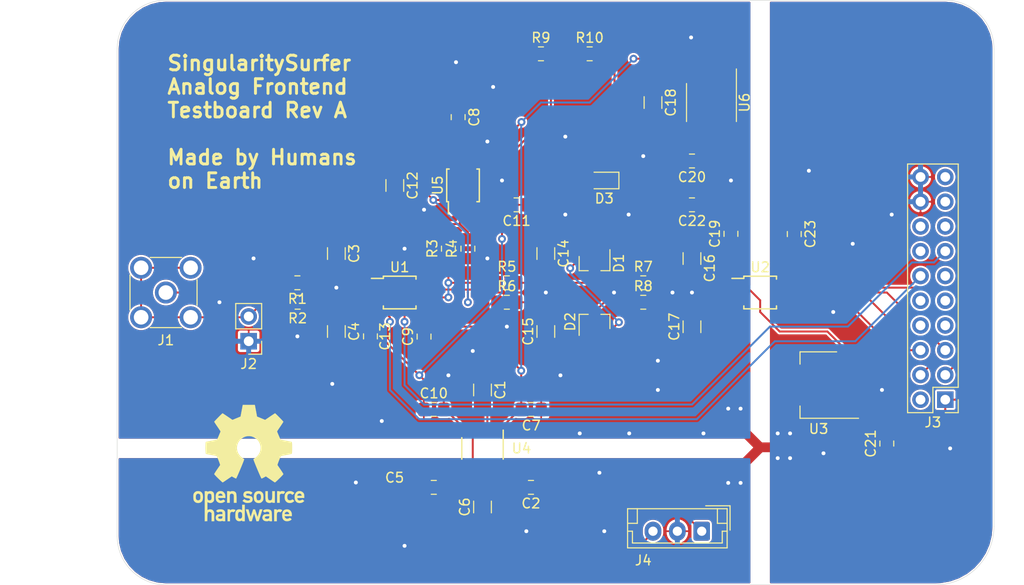
<source format=kicad_pcb>
(kicad_pcb (version 20171130) (host pcbnew 5.1.4-e60b266~84~ubuntu18.04.1)
  (layers (0 F.Cu signal) (31 B.Cu signal) (34 B.Paste user) (35 F.Paste user) (36 B.SilkS user) (37 F.SilkS user) (38 B.Mask user) (39 F.Mask user) (44 Edge.Cuts user))
  (net 0 "")
  (net 1 "Net-(J1-Pad2)")
  (net 2 "Net-(J3-Pad6)")
  (net 3 "Net-(J3-Pad5)")
  (net 4 "Net-(J3-Pad4)")
  (net 5 "Net-(J3-Pad3)")
  (net 6 "Net-(C1-Pad2)")
  (net 7 DGND)
  (net 8 "Net-(C2-Pad2)")
  (net 9 "Net-(C3-Pad2)")
  (net 10 "Net-(C4-Pad1)")
  (net 11 "Net-(C5-Pad1)")
  (net 12 "Net-(C6-Pad2)")
  (net 13 +15V)
  (net 14 -15V)
  (net 15 "Net-(C12-Pad2)")
  (net 16 "Net-(C12-Pad1)")
  (net 17 "Net-(C14-Pad2)")
  (net 18 "Net-(C15-Pad2)")
  (net 19 "Net-(C16-Pad2)")
  (net 20 "Net-(C17-Pad2)")
  (net 21 "Net-(C18-Pad2)")
  (net 22 "Net-(C19-Pad1)")
  (net 23 "Net-(C20-Pad1)")
  (net 24 /+3.3V)
  (net 25 "Net-(J1-Pad1)")
  (net 26 "Net-(R3-Pad1)")
  (net 27 "Net-(R10-Pad1)")
  (net 28 A1)
  (net 29 A0)
  (net 30 "Net-(J3-Pad17)")
  (net 31 "Net-(J3-Pad16)")
  (net 32 "Net-(J3-Pad15)")
  (net 33 "Net-(J3-Pad14)")
  (net 34 "Net-(J3-Pad11)")
  (net 35 "Net-(J3-Pad10)")
  (net 36 "Net-(J3-Pad9)")
  (net 37 "Net-(J3-Pad8)")
  (net 38 "Net-(J3-Pad7)")
  (net 39 "Net-(J3-Pad2)")
  (net 40 "Net-(U4-Pad2)")
  (net 41 "Net-(U4-Pad8)")
  (net 42 "Net-(U4-Pad13)")
  (net 43 "Net-(U5-Pad8)")
  (net 44 "Net-(U6-Pad8)")
  (net 45 "Net-(U6-Pad7)")
  (net 46 "Net-(U6-Pad3)")
  (net 47 "Net-(U6-Pad1)")
  (net 48 "Net-(J3-Pad19)")
  (module Symbol:OSHW-Logo_11.4x12mm_SilkScreen (layer F.Cu) (at 123.5 127.5)
    (fp_text reference REF** hide)
    (fp_text value OSHW-Logo_11.4x12mm_SilkScreen hide)
  )
  (module Capacitor_SMD:C_0805_2012Metric_Pad1.15x1.40mm_HandSolder (layer F.Cu) (at 179.5 104 270)
    (fp_text reference C23 (at 0 -1.65 90) (layer F.SilkS))
    (fp_text value 10u)
    (pad 2 smd roundrect (at 1.025 0 270) (size 1.15 1.4) (layers F.Cu F.Paste F.Mask) (roundrect_rratio 0.217391) (net 24 /+3.3V))
    (pad 1 smd roundrect (at -1.025 0 270) (size 1.15 1.4) (layers F.Cu F.Paste F.Mask) (roundrect_rratio 0.217391) (net 7 DGND))
  )
  (module Capacitor_SMD:C_1206_3216Metric_Pad1.42x1.75mm_HandSolder (layer F.Cu) (at 147.5 132.0125 90)
    (fp_text reference C6 (at 0 -1.82 90) (layer F.SilkS))
    (fp_text value 10n)
    (pad 2 smd roundrect (at 1.4875 0 90) (size 1.425 1.75) (layers F.Cu F.Paste F.Mask) (roundrect_rratio 0.175439) (net 12 "Net-(C6-Pad2)"))
    (pad 1 smd roundrect (at -1.4875 0 90) (size 1.425 1.75) (layers F.Cu F.Paste F.Mask) (roundrect_rratio 0.175439) (net 7 DGND))
  )
  (module Capacitor_SMD:C_0805_2012Metric_Pad1.15x1.40mm_HandSolder (layer F.Cu) (at 152.475 130 180)
    (fp_text reference C2 (at 0 -1.65) (layer F.SilkS))
    (fp_text value 10u)
    (pad 2 smd roundrect (at 1.025 0 180) (size 1.15 1.4) (layers F.Cu F.Paste F.Mask) (roundrect_rratio 0.217391) (net 8 "Net-(C2-Pad2)"))
    (pad 1 smd roundrect (at -1.025 0 180) (size 1.15 1.4) (layers F.Cu F.Paste F.Mask) (roundrect_rratio 0.217391) (net 7 DGND))
  )
  (module Capacitor_SMD:C_1206_3216Metric_Pad1.42x1.75mm_HandSolder (layer F.Cu) (at 147.5 120 270)
    (fp_text reference C1 (at 0 -1.82 90) (layer F.SilkS))
    (fp_text value 10n)
    (pad 2 smd roundrect (at 1.4875 0 270) (size 1.425 1.75) (layers F.Cu F.Paste F.Mask) (roundrect_rratio 0.175439) (net 6 "Net-(C1-Pad2)"))
    (pad 1 smd roundrect (at -1.4875 0 270) (size 1.425 1.75) (layers F.Cu F.Paste F.Mask) (roundrect_rratio 0.175439) (net 7 DGND))
  )
  (module Resistor_SMD:R_0805_2012Metric_Pad1.15x1.40mm_HandSolder (layer F.Cu) (at 164 111)
    (fp_text reference R8 (at 0 -1.65) (layer F.SilkS))
    (fp_text value R)
    (pad 2 smd roundrect (at 1.025 0) (size 1.15 1.4) (layers F.Cu F.Paste F.Mask) (roundrect_rratio 0.217391) (net 20 "Net-(C17-Pad2)"))
    (pad 1 smd roundrect (at -1.025 0) (size 1.15 1.4) (layers F.Cu F.Paste F.Mask) (roundrect_rratio 0.217391) (net 18 "Net-(C15-Pad2)"))
  )
  (module SingularitySurfer:DFN-14-1EP_split_bottom_pad_3x4mm_P0.5mm_EP1.7x3.3mm (layer F.Cu) (at 147.5 126 270)
    (fp_text reference U4 (at 0 -4 180) (layer F.SilkS))
    (fp_text value LT3032-15)
    (pad 1 smd rect (at -1.45 -1.5 270) (size 0.7 0.25) (layers F.Cu F.Paste F.Mask) (net 13 +15V))
    (pad 2 smd rect (at -1.45 -1 270) (size 0.7 0.25) (layers F.Cu F.Paste F.Mask) (net 40 "Net-(U4-Pad2)"))
    (pad 3 smd rect (at -1.45 -0.5 270) (size 0.7 0.25) (layers F.Cu F.Paste F.Mask) (net 6 "Net-(C1-Pad2)"))
    (pad 4 smd rect (at -1.45 0 270) (size 0.7 0.25) (layers F.Cu F.Paste F.Mask) (net 7 DGND))
    (pad 5 smd rect (at -1.45 0.5 270) (size 0.7 0.25) (layers F.Cu F.Paste F.Mask) (net 7 DGND))
    (pad 6 smd rect (at -1.45 1 270) (size 0.7 0.25) (layers F.Cu F.Paste F.Mask) (net 11 "Net-(C5-Pad1)"))
    (pad 7 smd rect (at -1.45 1.5 270) (size 0.7 0.25) (layers F.Cu F.Paste F.Mask) (net 14 -15V))
    (pad 8 smd rect (at 1.45 1.5 270) (size 0.7 0.25) (layers F.Cu F.Paste F.Mask) (net 41 "Net-(U4-Pad8)"))
    (pad 9 smd rect (at 1.45 1 270) (size 0.7 0.25) (layers F.Cu F.Paste F.Mask) (net 11 "Net-(C5-Pad1)"))
    (pad 10 smd rect (at 1.45 0.5 270) (size 0.7 0.25) (layers F.Cu F.Paste F.Mask) (net 7 DGND))
    (pad 11 smd rect (at 1.45 0 270) (size 0.7 0.25) (layers F.Cu F.Paste F.Mask) (net 12 "Net-(C6-Pad2)"))
    (pad 12 smd rect (at 1.45 -0.5 270) (size 0.7 0.25) (layers F.Cu F.Paste F.Mask) (net 7 DGND))
    (pad 13 smd rect (at 1.45 -1 270) (size 0.7 0.25) (layers F.Cu F.Paste F.Mask) (net 42 "Net-(U4-Pad13)"))
    (pad 14 smd rect (at 1.45 -1.5 270) (size 0.7 0.25) (layers F.Cu F.Paste F.Mask) (net 8 "Net-(C2-Pad2)"))
  )
  (module Connector_PinHeader_2.54mm:PinHeader_2x10_P2.54mm_Vertical (layer F.Cu) (at 195 121 180)
    (fp_text reference J3 (at 1.27 -2.33) (layer F.SilkS))
    (fp_text value Conn_02x10_Top_Bottom)
    (pad 20 thru_hole oval (at 2.54 22.86 180) (size 1.7 1.7) (drill 1) (layers *.Cu *.Mask) (net 7 DGND))
    (pad 19 thru_hole oval (at 0 22.86 180) (size 1.7 1.7) (drill 1) (layers *.Cu *.Mask) (net 48 "Net-(J3-Pad19)"))
    (pad 18 thru_hole oval (at 2.54 20.32 180) (size 1.7 1.7) (drill 1) (layers *.Cu *.Mask) (net 7 DGND))
    (pad 17 thru_hole oval (at 0 20.32 180) (size 1.7 1.7) (drill 1) (layers *.Cu *.Mask) (net 30 "Net-(J3-Pad17)"))
    (pad 16 thru_hole oval (at 2.54 17.78 180) (size 1.7 1.7) (drill 1) (layers *.Cu *.Mask) (net 31 "Net-(J3-Pad16)"))
    (pad 15 thru_hole oval (at 0 17.78 180) (size 1.7 1.7) (drill 1) (layers *.Cu *.Mask) (net 32 "Net-(J3-Pad15)"))
    (pad 14 thru_hole oval (at 2.54 15.24 180) (size 1.7 1.7) (drill 1) (layers *.Cu *.Mask) (net 33 "Net-(J3-Pad14)"))
    (pad 13 thru_hole oval (at 0 15.24 180) (size 1.7 1.7) (drill 1) (layers *.Cu *.Mask) (net 29 A0))
    (pad 12 thru_hole oval (at 2.54 12.7 180) (size 1.7 1.7) (drill 1) (layers *.Cu *.Mask) (net 28 A1))
    (pad 11 thru_hole oval (at 0 12.7 180) (size 1.7 1.7) (drill 1) (layers *.Cu *.Mask) (net 34 "Net-(J3-Pad11)"))
    (pad 10 thru_hole oval (at 2.54 10.16 180) (size 1.7 1.7) (drill 1) (layers *.Cu *.Mask) (net 35 "Net-(J3-Pad10)"))
    (pad 9 thru_hole oval (at 0 10.16 180) (size 1.7 1.7) (drill 1) (layers *.Cu *.Mask) (net 36 "Net-(J3-Pad9)"))
    (pad 8 thru_hole oval (at 2.54 7.62 180) (size 1.7 1.7) (drill 1) (layers *.Cu *.Mask) (net 37 "Net-(J3-Pad8)"))
    (pad 7 thru_hole oval (at 0 7.62 180) (size 1.7 1.7) (drill 1) (layers *.Cu *.Mask) (net 38 "Net-(J3-Pad7)"))
    (pad 6 thru_hole oval (at 2.54 5.08 180) (size 1.7 1.7) (drill 1) (layers *.Cu *.Mask) (net 2 "Net-(J3-Pad6)"))
    (pad 5 thru_hole oval (at 0 5.08 180) (size 1.7 1.7) (drill 1) (layers *.Cu *.Mask) (net 3 "Net-(J3-Pad5)"))
    (pad 4 thru_hole oval (at 2.54 2.54 180) (size 1.7 1.7) (drill 1) (layers *.Cu *.Mask) (net 4 "Net-(J3-Pad4)"))
    (pad 3 thru_hole oval (at 0 2.54 180) (size 1.7 1.7) (drill 1) (layers *.Cu *.Mask) (net 5 "Net-(J3-Pad3)"))
    (pad 2 thru_hole oval (at 2.54 0 180) (size 1.7 1.7) (drill 1) (layers *.Cu *.Mask) (net 39 "Net-(J3-Pad2)"))
    (pad 1 thru_hole rect (at 0 0 180) (size 1.7 1.7) (drill 1) (layers *.Cu *.Mask) (net 24 /+3.3V))
  )
  (module Package_SO:SOIC-8_3.9x4.9mm_P1.27mm (layer F.Cu) (at 171 90.5 270)
    (fp_text reference U6 (at 0 -3.4 90) (layer F.SilkS))
    (fp_text value REF5050AD)
    (pad 8 smd roundrect (at 2.475 -1.905 270) (size 1.95 0.6) (layers F.Cu F.Paste F.Mask) (net 44 "Net-(U6-Pad8)"))
    (pad 7 smd roundrect (at 2.475 -0.635 270) (size 1.95 0.6) (layers F.Cu F.Paste F.Mask) (net 45 "Net-(U6-Pad7)"))
    (pad 6 smd roundrect (at 2.475 0.635 270) (size 1.95 0.6) (layers F.Cu F.Paste F.Mask) (net 23 "Net-(C20-Pad1)"))
    (pad 5 smd roundrect (at 2.475 1.905 270) (size 1.95 0.6) (layers F.Cu F.Paste F.Mask) (net 21 "Net-(C18-Pad2)"))
    (pad 4 smd roundrect (at -2.475 1.905 270) (size 1.95 0.6) (layers F.Cu F.Paste F.Mask) (net 7 DGND))
    (pad 3 smd roundrect (at -2.475 0.635 270) (size 1.95 0.6) (layers F.Cu F.Paste F.Mask) (net 46 "Net-(U6-Pad3)"))
    (pad 2 smd roundrect (at -2.475 -0.635 270) (size 1.95 0.6) (layers F.Cu F.Paste F.Mask) (net 13 +15V))
    (pad 1 smd roundrect (at -2.475 -1.905 270) (size 1.95 0.6) (layers F.Cu F.Paste F.Mask) (net 47 "Net-(U6-Pad1)"))
  )
  (module Package_SO:MSOP-8_3x3mm_P0.65mm (layer F.Cu) (at 145.5 99 90)
    (fp_text reference U5 (at 0 -2.6 90) (layer F.SilkS))
    (fp_text value AD8675)
    (pad 8 smd rect (at 2.2 -0.975 90) (size 1.45 0.45) (layers F.Cu F.Paste F.Mask) (net 43 "Net-(U5-Pad8)"))
    (pad 7 smd rect (at 2.2 -0.325 90) (size 1.45 0.45) (layers F.Cu F.Paste F.Mask) (net 13 +15V))
    (pad 6 smd rect (at 2.2 0.325 90) (size 1.45 0.45) (layers F.Cu F.Paste F.Mask) (net 16 "Net-(C12-Pad1)"))
    (pad 5 smd rect (at 2.2 0.975 90) (size 1.45 0.45) (layers F.Cu F.Paste F.Mask) (net 7 DGND))
    (pad 4 smd rect (at -2.2 0.975 90) (size 1.45 0.45) (layers F.Cu F.Paste F.Mask) (net 14 -15V))
    (pad 3 smd rect (at -2.2 0.325 90) (size 1.45 0.45) (layers F.Cu F.Paste F.Mask) (net 27 "Net-(R10-Pad1)"))
    (pad 2 smd rect (at -2.2 -0.325 90) (size 1.45 0.45) (layers F.Cu F.Paste F.Mask) (net 15 "Net-(C12-Pad2)"))
    (pad 1 smd rect (at -2.2 -0.975 90) (size 1.45 0.45) (layers F.Cu F.Paste F.Mask) (net 7 DGND))
  )
  (module Resistor_SMD:R_0805_2012Metric_Pad1.15x1.40mm_HandSolder (layer F.Cu) (at 158.5 85.5)
    (fp_text reference R10 (at 0 -1.65) (layer F.SilkS))
    (fp_text value R)
    (pad 2 smd roundrect (at 1.025 0) (size 1.15 1.4) (layers F.Cu F.Paste F.Mask) (roundrect_rratio 0.217391) (net 23 "Net-(C20-Pad1)"))
    (pad 1 smd roundrect (at -1.025 0) (size 1.15 1.4) (layers F.Cu F.Paste F.Mask) (roundrect_rratio 0.217391) (net 27 "Net-(R10-Pad1)"))
  )
  (module Resistor_SMD:R_0805_2012Metric_Pad1.15x1.40mm_HandSolder (layer F.Cu) (at 153.5 85.5)
    (fp_text reference R9 (at 0 -1.65) (layer F.SilkS))
    (fp_text value R)
    (pad 2 smd roundrect (at 1.025 0) (size 1.15 1.4) (layers F.Cu F.Paste F.Mask) (roundrect_rratio 0.217391) (net 27 "Net-(R10-Pad1)"))
    (pad 1 smd roundrect (at -1.025 0) (size 1.15 1.4) (layers F.Cu F.Paste F.Mask) (roundrect_rratio 0.217391) (net 7 DGND))
  )
  (module Resistor_SMD:R_0805_2012Metric_Pad1.15x1.40mm_HandSolder (layer F.Cu) (at 164 109)
    (fp_text reference R7 (at 0 -1.65) (layer F.SilkS))
    (fp_text value R)
    (pad 2 smd roundrect (at 1.025 0) (size 1.15 1.4) (layers F.Cu F.Paste F.Mask) (roundrect_rratio 0.217391) (net 19 "Net-(C16-Pad2)"))
    (pad 1 smd roundrect (at -1.025 0) (size 1.15 1.4) (layers F.Cu F.Paste F.Mask) (roundrect_rratio 0.217391) (net 17 "Net-(C14-Pad2)"))
  )
  (module Resistor_SMD:R_0805_2012Metric_Pad1.15x1.40mm_HandSolder (layer F.Cu) (at 150 111)
    (fp_text reference R6 (at 0 -1.65) (layer F.SilkS))
    (fp_text value R)
    (pad 2 smd roundrect (at 1.025 0) (size 1.15 1.4) (layers F.Cu F.Paste F.Mask) (roundrect_rratio 0.217391) (net 18 "Net-(C15-Pad2)"))
    (pad 1 smd roundrect (at -1.025 0) (size 1.15 1.4) (layers F.Cu F.Paste F.Mask) (roundrect_rratio 0.217391) (net 16 "Net-(C12-Pad1)"))
  )
  (module Resistor_SMD:R_0805_2012Metric_Pad1.15x1.40mm_HandSolder (layer F.Cu) (at 150 109)
    (fp_text reference R5 (at 0 -1.65) (layer F.SilkS))
    (fp_text value R)
    (pad 2 smd roundrect (at 1.025 0) (size 1.15 1.4) (layers F.Cu F.Paste F.Mask) (roundrect_rratio 0.217391) (net 17 "Net-(C14-Pad2)"))
    (pad 1 smd roundrect (at -1.025 0) (size 1.15 1.4) (layers F.Cu F.Paste F.Mask) (roundrect_rratio 0.217391) (net 26 "Net-(R3-Pad1)"))
  )
  (module Resistor_SMD:R_0805_2012Metric_Pad1.15x1.40mm_HandSolder (layer F.Cu) (at 146 105.5 90)
    (fp_text reference R4 (at 0 -1.65 90) (layer F.SilkS))
    (fp_text value R)
    (pad 2 smd roundrect (at 1.025 0 90) (size 1.15 1.4) (layers F.Cu F.Paste F.Mask) (roundrect_rratio 0.217391) (net 15 "Net-(C12-Pad2)"))
    (pad 1 smd roundrect (at -1.025 0 90) (size 1.15 1.4) (layers F.Cu F.Paste F.Mask) (roundrect_rratio 0.217391) (net 16 "Net-(C12-Pad1)"))
  )
  (module Resistor_SMD:R_0805_2012Metric_Pad1.15x1.40mm_HandSolder (layer F.Cu) (at 144 105.5 90)
    (fp_text reference R3 (at 0 -1.65 90) (layer F.SilkS))
    (fp_text value R)
    (pad 2 smd roundrect (at 1.025 0 90) (size 1.15 1.4) (layers F.Cu F.Paste F.Mask) (roundrect_rratio 0.217391) (net 15 "Net-(C12-Pad2)"))
    (pad 1 smd roundrect (at -1.025 0 90) (size 1.15 1.4) (layers F.Cu F.Paste F.Mask) (roundrect_rratio 0.217391) (net 26 "Net-(R3-Pad1)"))
  )
  (module Resistor_SMD:R_0805_2012Metric_Pad1.15x1.40mm_HandSolder (layer F.Cu) (at 128.525 111 180)
    (fp_text reference R2 (at 0 -1.65) (layer F.SilkS))
    (fp_text value R)
    (pad 2 smd roundrect (at 1.025 0 180) (size 1.15 1.4) (layers F.Cu F.Paste F.Mask) (roundrect_rratio 0.217391) (net 1 "Net-(J1-Pad2)"))
    (pad 1 smd roundrect (at -1.025 0 180) (size 1.15 1.4) (layers F.Cu F.Paste F.Mask) (roundrect_rratio 0.217391) (net 10 "Net-(C4-Pad1)"))
  )
  (module Resistor_SMD:R_0805_2012Metric_Pad1.15x1.40mm_HandSolder (layer F.Cu) (at 128.5 109 180)
    (fp_text reference R1 (at 0 -1.65) (layer F.SilkS))
    (fp_text value R)
    (pad 2 smd roundrect (at 1.025 0 180) (size 1.15 1.4) (layers F.Cu F.Paste F.Mask) (roundrect_rratio 0.217391) (net 25 "Net-(J1-Pad1)"))
    (pad 1 smd roundrect (at -1.025 0 180) (size 1.15 1.4) (layers F.Cu F.Paste F.Mask) (roundrect_rratio 0.217391) (net 9 "Net-(C3-Pad2)"))
  )
  (module Connector_JST:JST_EH_B3B-EH-A_1x03_P2.50mm_Vertical (layer F.Cu) (at 170 134.5 180)
    (fp_text reference J4 (at 6 -3) (layer F.SilkS))
    (fp_text value Conn_01x03)
    (pad 3 thru_hole oval (at 5 0 180) (size 1.7 1.95) (drill 0.95) (layers *.Cu *.Mask) (net 11 "Net-(C5-Pad1)"))
    (pad 2 thru_hole oval (at 2.5 0 180) (size 1.7 1.95) (drill 0.95) (layers *.Cu *.Mask) (net 7 DGND))
    (pad 1 thru_hole roundrect (at 0 0 180) (size 1.7 1.95) (drill 0.95) (layers *.Cu *.Mask) (roundrect_rratio 0.147059) (net 8 "Net-(C2-Pad2)"))
  )
  (module Connector_PinHeader_2.54mm:PinHeader_1x02_P2.54mm_Vertical (layer F.Cu) (at 123.5 115 180)
    (fp_text reference J2 (at 0 -2.33) (layer F.SilkS))
    (fp_text value Conn_01x02)
    (pad 2 thru_hole oval (at 0 2.54 180) (size 1.7 1.7) (drill 1) (layers *.Cu *.Mask) (net 1 "Net-(J1-Pad2)"))
    (pad 1 thru_hole rect (at 0 0 180) (size 1.7 1.7) (drill 1) (layers *.Cu *.Mask) (net 7 DGND))
  )
  (module Connector_Coaxial:SMA_Molex_73251-2200_Horizontal (layer F.Cu) (at 115 110 90)
    (fp_text reference J1 (at -4.9 0) (layer F.SilkS))
    (fp_text value Conn_Coaxial)
    (pad 2 thru_hole circle (at -2.54 2.54 90) (size 2.25 2.25) (drill 1.5) (layers *.Cu *.Mask) (net 1 "Net-(J1-Pad2)"))
    (pad 2 thru_hole circle (at -2.54 -2.54 90) (size 2.25 2.25) (drill 1.5) (layers *.Cu *.Mask) (net 1 "Net-(J1-Pad2)"))
    (pad 2 thru_hole circle (at 2.54 -2.54 90) (size 2.25 2.25) (drill 1.5) (layers *.Cu *.Mask) (net 1 "Net-(J1-Pad2)"))
    (pad 2 thru_hole circle (at 2.54 2.54 180) (size 2.25 2.25) (drill 1.5) (layers *.Cu *.Mask) (net 1 "Net-(J1-Pad2)"))
    (pad 1 thru_hole circle (at 0 0 90) (size 2.25 2.25) (drill 1.5) (layers *.Cu *.Mask) (net 25 "Net-(J1-Pad1)"))
  )
  (module Diode_SMD:D_SOD-323 (layer F.Cu) (at 160 98.5 180)
    (fp_text reference D3 (at 0 -1.85) (layer F.SilkS))
    (fp_text value D_Zener)
    (pad 2 smd rect (at 1.05 0 180) (size 0.6 0.45) (layers F.Cu F.Paste F.Mask) (net 7 DGND))
    (pad 1 smd rect (at -1.05 0 180) (size 0.6 0.45) (layers F.Cu F.Paste F.Mask) (net 23 "Net-(C20-Pad1)"))
  )
  (module Package_TO_SOT_SMD:SOT-23 (layer F.Cu) (at 159 113 90)
    (fp_text reference D2 (at 0 -2.5 90) (layer F.SilkS))
    (fp_text value D_Schottky_x2_Serial_AKC)
    (pad 3 smd rect (at 1 0 90) (size 0.9 0.8) (layers F.Cu F.Paste F.Mask) (net 18 "Net-(C15-Pad2)"))
    (pad 2 smd rect (at -1 0.95 90) (size 0.9 0.8) (layers F.Cu F.Paste F.Mask) (net 23 "Net-(C20-Pad1)"))
    (pad 1 smd rect (at -1 -0.95 90) (size 0.9 0.8) (layers F.Cu F.Paste F.Mask) (net 7 DGND))
  )
  (module Package_TO_SOT_SMD:SOT-23 (layer F.Cu) (at 159 107 270)
    (fp_text reference D1 (at 0 -2.5 90) (layer F.SilkS))
    (fp_text value D_Schottky_x2_Serial_AKC)
    (pad 3 smd rect (at 1 0 270) (size 0.9 0.8) (layers F.Cu F.Paste F.Mask) (net 17 "Net-(C14-Pad2)"))
    (pad 2 smd rect (at -1 0.95 270) (size 0.9 0.8) (layers F.Cu F.Paste F.Mask) (net 23 "Net-(C20-Pad1)"))
    (pad 1 smd rect (at -1 -0.95 270) (size 0.9 0.8) (layers F.Cu F.Paste F.Mask) (net 7 DGND))
  )
  (module Capacitor_SMD:C_0805_2012Metric_Pad1.15x1.40mm_HandSolder (layer F.Cu) (at 169 101 180)
    (fp_text reference C22 (at 0 -1.65) (layer F.SilkS))
    (fp_text value 10u)
    (pad 2 smd roundrect (at 1.025 0 180) (size 1.15 1.4) (layers F.Cu F.Paste F.Mask) (roundrect_rratio 0.217391) (net 7 DGND))
    (pad 1 smd roundrect (at -1.025 0 180) (size 1.15 1.4) (layers F.Cu F.Paste F.Mask) (roundrect_rratio 0.217391) (net 23 "Net-(C20-Pad1)"))
  )
  (module Capacitor_SMD:C_0805_2012Metric_Pad1.15x1.40mm_HandSolder (layer F.Cu) (at 189 125.5 90)
    (fp_text reference C21 (at 0 -1.65 90) (layer F.SilkS))
    (fp_text value 10u)
    (pad 2 smd roundrect (at 1.025 0 90) (size 1.15 1.4) (layers F.Cu F.Paste F.Mask) (roundrect_rratio 0.217391) (net 24 /+3.3V))
    (pad 1 smd roundrect (at -1.025 0 90) (size 1.15 1.4) (layers F.Cu F.Paste F.Mask) (roundrect_rratio 0.217391) (net 7 DGND))
  )
  (module Capacitor_SMD:C_0805_2012Metric_Pad1.15x1.40mm_HandSolder (layer F.Cu) (at 169 96.5 180)
    (fp_text reference C20 (at 0 -1.65) (layer F.SilkS))
    (fp_text value 10u)
    (pad 2 smd roundrect (at 1.025 0 180) (size 1.15 1.4) (layers F.Cu F.Paste F.Mask) (roundrect_rratio 0.217391) (net 7 DGND))
    (pad 1 smd roundrect (at -1.025 0 180) (size 1.15 1.4) (layers F.Cu F.Paste F.Mask) (roundrect_rratio 0.217391) (net 23 "Net-(C20-Pad1)"))
  )
  (module Capacitor_SMD:C_0805_2012Metric_Pad1.15x1.40mm_HandSolder (layer F.Cu) (at 173 103.975 90)
    (fp_text reference C19 (at 0 -1.65 90) (layer F.SilkS))
    (fp_text value 10u)
    (pad 2 smd roundrect (at 1.025 0 90) (size 1.15 1.4) (layers F.Cu F.Paste F.Mask) (roundrect_rratio 0.217391) (net 7 DGND))
    (pad 1 smd roundrect (at -1.025 0 90) (size 1.15 1.4) (layers F.Cu F.Paste F.Mask) (roundrect_rratio 0.217391) (net 22 "Net-(C19-Pad1)"))
  )
  (module Capacitor_SMD:C_1206_3216Metric_Pad1.42x1.75mm_HandSolder (layer F.Cu) (at 165 90.5 270)
    (fp_text reference C18 (at 0 -1.82 90) (layer F.SilkS))
    (fp_text value 1u)
    (pad 2 smd roundrect (at 1.4875 0 270) (size 1.425 1.75) (layers F.Cu F.Paste F.Mask) (roundrect_rratio 0.175439) (net 21 "Net-(C18-Pad2)"))
    (pad 1 smd roundrect (at -1.4875 0 270) (size 1.425 1.75) (layers F.Cu F.Paste F.Mask) (roundrect_rratio 0.175439) (net 7 DGND))
  )
  (module Capacitor_SMD:C_1206_3216Metric_Pad1.42x1.75mm_HandSolder (layer F.Cu) (at 169 113.5125 90)
    (fp_text reference C17 (at 0 -1.82 90) (layer F.SilkS))
    (fp_text value C)
    (pad 2 smd roundrect (at 1.4875 0 90) (size 1.425 1.75) (layers F.Cu F.Paste F.Mask) (roundrect_rratio 0.175439) (net 20 "Net-(C17-Pad2)"))
    (pad 1 smd roundrect (at -1.4875 0 90) (size 1.425 1.75) (layers F.Cu F.Paste F.Mask) (roundrect_rratio 0.175439) (net 7 DGND))
  )
  (module Capacitor_SMD:C_1206_3216Metric_Pad1.42x1.75mm_HandSolder (layer F.Cu) (at 169 106.5125 270)
    (fp_text reference C16 (at 0.9875 -1.82 90) (layer F.SilkS))
    (fp_text value C)
    (pad 2 smd roundrect (at 1.4875 0 270) (size 1.425 1.75) (layers F.Cu F.Paste F.Mask) (roundrect_rratio 0.175439) (net 19 "Net-(C16-Pad2)"))
    (pad 1 smd roundrect (at -1.4875 0 270) (size 1.425 1.75) (layers F.Cu F.Paste F.Mask) (roundrect_rratio 0.175439) (net 7 DGND))
  )
  (module Capacitor_SMD:C_1206_3216Metric_Pad1.42x1.75mm_HandSolder (layer F.Cu) (at 154 114 90)
    (fp_text reference C15 (at 0 -1.82 90) (layer F.SilkS))
    (fp_text value C)
    (pad 2 smd roundrect (at 1.4875 0 90) (size 1.425 1.75) (layers F.Cu F.Paste F.Mask) (roundrect_rratio 0.175439) (net 18 "Net-(C15-Pad2)"))
    (pad 1 smd roundrect (at -1.4875 0 90) (size 1.425 1.75) (layers F.Cu F.Paste F.Mask) (roundrect_rratio 0.175439) (net 7 DGND))
  )
  (module Capacitor_SMD:C_1206_3216Metric_Pad1.42x1.75mm_HandSolder (layer F.Cu) (at 154 106 270)
    (fp_text reference C14 (at 0 -1.82 90) (layer F.SilkS))
    (fp_text value C)
    (pad 2 smd roundrect (at 1.4875 0 270) (size 1.425 1.75) (layers F.Cu F.Paste F.Mask) (roundrect_rratio 0.175439) (net 17 "Net-(C14-Pad2)"))
    (pad 1 smd roundrect (at -1.4875 0 270) (size 1.425 1.75) (layers F.Cu F.Paste F.Mask) (roundrect_rratio 0.175439) (net 7 DGND))
  )
  (module Capacitor_SMD:C_0805_2012Metric_Pad1.15x1.40mm_HandSolder (layer F.Cu) (at 136 114.5 90)
    (fp_text reference C13 (at 0 1.5 90) (layer F.SilkS))
    (fp_text value 10u)
    (pad 2 smd roundrect (at 1.025 0 90) (size 1.15 1.4) (layers F.Cu F.Paste F.Mask) (roundrect_rratio 0.217391) (net 14 -15V))
    (pad 1 smd roundrect (at -1.025 0 90) (size 1.15 1.4) (layers F.Cu F.Paste F.Mask) (roundrect_rratio 0.217391) (net 7 DGND))
  )
  (module Capacitor_SMD:C_1206_3216Metric_Pad1.42x1.75mm_HandSolder (layer F.Cu) (at 138.5 99.0125 270)
    (fp_text reference C12 (at 0 -1.82 90) (layer F.SilkS))
    (fp_text value C)
    (pad 2 smd roundrect (at 1.4875 0 270) (size 1.425 1.75) (layers F.Cu F.Paste F.Mask) (roundrect_rratio 0.175439) (net 15 "Net-(C12-Pad2)"))
    (pad 1 smd roundrect (at -1.4875 0 270) (size 1.425 1.75) (layers F.Cu F.Paste F.Mask) (roundrect_rratio 0.175439) (net 16 "Net-(C12-Pad1)"))
  )
  (module Capacitor_SMD:C_0805_2012Metric_Pad1.15x1.40mm_HandSolder (layer F.Cu) (at 151 101 180)
    (fp_text reference C11 (at 0 -1.65) (layer F.SilkS))
    (fp_text value 10u)
    (pad 2 smd roundrect (at 1.025 0 180) (size 1.15 1.4) (layers F.Cu F.Paste F.Mask) (roundrect_rratio 0.217391) (net 14 -15V))
    (pad 1 smd roundrect (at -1.025 0 180) (size 1.15 1.4) (layers F.Cu F.Paste F.Mask) (roundrect_rratio 0.217391) (net 7 DGND))
  )
  (module Capacitor_SMD:C_0805_2012Metric_Pad1.15x1.40mm_HandSolder (layer F.Cu) (at 142.5 122)
    (fp_text reference C10 (at 0 -1.65) (layer F.SilkS))
    (fp_text value 10u)
    (pad 2 smd roundrect (at 1.025 0) (size 1.15 1.4) (layers F.Cu F.Paste F.Mask) (roundrect_rratio 0.217391) (net 14 -15V))
    (pad 1 smd roundrect (at -1.025 0) (size 1.15 1.4) (layers F.Cu F.Paste F.Mask) (roundrect_rratio 0.217391) (net 7 DGND))
  )
  (module Capacitor_SMD:C_0805_2012Metric_Pad1.15x1.40mm_HandSolder (layer F.Cu) (at 141.5 114.525 90)
    (fp_text reference C9 (at 0 -1.65 90) (layer F.SilkS))
    (fp_text value 10u)
    (pad 2 smd roundrect (at 1.025 0 90) (size 1.15 1.4) (layers F.Cu F.Paste F.Mask) (roundrect_rratio 0.217391) (net 13 +15V))
    (pad 1 smd roundrect (at -1.025 0 90) (size 1.15 1.4) (layers F.Cu F.Paste F.Mask) (roundrect_rratio 0.217391) (net 7 DGND))
  )
  (module Capacitor_SMD:C_0805_2012Metric_Pad1.15x1.40mm_HandSolder (layer F.Cu) (at 145 92 270)
    (fp_text reference C8 (at 0 -1.65 90) (layer F.SilkS))
    (fp_text value 10u)
    (pad 2 smd roundrect (at 1.025 0 270) (size 1.15 1.4) (layers F.Cu F.Paste F.Mask) (roundrect_rratio 0.217391) (net 13 +15V))
    (pad 1 smd roundrect (at -1.025 0 270) (size 1.15 1.4) (layers F.Cu F.Paste F.Mask) (roundrect_rratio 0.217391) (net 7 DGND))
  )
  (module Capacitor_SMD:C_0805_2012Metric_Pad1.15x1.40mm_HandSolder (layer F.Cu) (at 152.5 122 180)
    (fp_text reference C7 (at 0 -1.65) (layer F.SilkS))
    (fp_text value 10u)
    (pad 2 smd roundrect (at 1.025 0 180) (size 1.15 1.4) (layers F.Cu F.Paste F.Mask) (roundrect_rratio 0.217391) (net 13 +15V))
    (pad 1 smd roundrect (at -1.025 0 180) (size 1.15 1.4) (layers F.Cu F.Paste F.Mask) (roundrect_rratio 0.217391) (net 7 DGND))
  )
  (module Capacitor_SMD:C_0805_2012Metric_Pad1.15x1.40mm_HandSolder (layer F.Cu) (at 142.5 130 180)
    (fp_text reference C5 (at 4.025 1) (layer F.SilkS))
    (fp_text value 10u)
    (pad 2 smd roundrect (at 1.025 0 180) (size 1.15 1.4) (layers F.Cu F.Paste F.Mask) (roundrect_rratio 0.217391) (net 7 DGND))
    (pad 1 smd roundrect (at -1.025 0 180) (size 1.15 1.4) (layers F.Cu F.Paste F.Mask) (roundrect_rratio 0.217391) (net 11 "Net-(C5-Pad1)"))
  )
  (module Capacitor_SMD:C_1206_3216Metric_Pad1.42x1.75mm_HandSolder (layer F.Cu) (at 132.5 114 270)
    (fp_text reference C4 (at 0 -1.82 90) (layer F.SilkS))
    (fp_text value C)
    (pad 2 smd roundrect (at 1.4875 0 270) (size 1.425 1.75) (layers F.Cu F.Paste F.Mask) (roundrect_rratio 0.175439) (net 7 DGND))
    (pad 1 smd roundrect (at -1.4875 0 270) (size 1.425 1.75) (layers F.Cu F.Paste F.Mask) (roundrect_rratio 0.175439) (net 10 "Net-(C4-Pad1)"))
  )
  (module Capacitor_SMD:C_1206_3216Metric_Pad1.42x1.75mm_HandSolder (layer F.Cu) (at 132.5 106 270)
    (fp_text reference C3 (at 0 -1.82 90) (layer F.SilkS))
    (fp_text value C)
    (pad 2 smd roundrect (at 1.4875 0 270) (size 1.425 1.75) (layers F.Cu F.Paste F.Mask) (roundrect_rratio 0.175439) (net 9 "Net-(C3-Pad2)"))
    (pad 1 smd roundrect (at -1.4875 0 270) (size 1.425 1.75) (layers F.Cu F.Paste F.Mask) (roundrect_rratio 0.175439) (net 7 DGND))
  )
  (module Package_TO_SOT_SMD:SOT-223 (layer F.Cu) (at 182 119.5 180)
    (fp_text reference U3 (at 0 -4.5) (layer F.SilkS))
    (fp_text value AP2114-1.8)
    (pad 1 smd rect (at -3.15 -2.3 180) (size 2 1.5) (layers F.Cu F.Paste F.Mask) (net 24 /+3.3V))
    (pad 3 smd rect (at -3.15 2.3 180) (size 2 1.5) (layers F.Cu F.Paste F.Mask) (net 22 "Net-(C19-Pad1)"))
    (pad 2 smd rect (at -3.15 0 180) (size 2 1.5) (layers F.Cu F.Paste F.Mask) (net 7 DGND))
    (pad 4 smd rect (at 3.15 0 180) (size 2 3.8) (layers F.Cu F.Paste F.Mask))
  )
  (module Package_SO:MSOP-10_3x3mm_P0.5mm (layer F.Cu) (at 176 110)
    (fp_text reference U2 (at 0 -2.6) (layer F.SilkS))
    (fp_text value MCP33131D)
    (pad 10 smd rect (at 2.2 -1) (size 1.4 0.3) (layers F.Cu F.Paste F.Mask) (net 24 /+3.3V))
    (pad 9 smd rect (at 2.2 -0.5) (size 1.4 0.3) (layers F.Cu F.Paste F.Mask) (net 5 "Net-(J3-Pad3)"))
    (pad 8 smd rect (at 2.2 0) (size 1.4 0.3) (layers F.Cu F.Paste F.Mask) (net 4 "Net-(J3-Pad4)"))
    (pad 7 smd rect (at 2.2 0.5) (size 1.4 0.3) (layers F.Cu F.Paste F.Mask) (net 3 "Net-(J3-Pad5)"))
    (pad 6 smd rect (at 2.2 1) (size 1.4 0.3) (layers F.Cu F.Paste F.Mask) (net 2 "Net-(J3-Pad6)"))
    (pad 5 smd rect (at -2.2 1) (size 1.4 0.3) (layers F.Cu F.Paste F.Mask) (net 7 DGND))
    (pad 4 smd rect (at -2.2 0.5) (size 1.4 0.3) (layers F.Cu F.Paste F.Mask) (net 20 "Net-(C17-Pad2)"))
    (pad 3 smd rect (at -2.2 0) (size 1.4 0.3) (layers F.Cu F.Paste F.Mask) (net 19 "Net-(C16-Pad2)"))
    (pad 2 smd rect (at -2.2 -0.5) (size 1.4 0.3) (layers F.Cu F.Paste F.Mask) (net 22 "Net-(C19-Pad1)"))
    (pad 1 smd rect (at -2.2 -1) (size 1.4 0.3) (layers F.Cu F.Paste F.Mask) (net 23 "Net-(C20-Pad1)"))
  )
  (module Package_SO:MSOP-10_3x3mm_P0.5mm (layer F.Cu) (at 139 110)
    (fp_text reference U1 (at 0 -2.6) (layer F.SilkS))
    (fp_text value AD8253)
    (pad 10 smd rect (at 2.2 -1) (size 1.4 0.3) (layers F.Cu F.Paste F.Mask) (net 9 "Net-(C3-Pad2)"))
    (pad 9 smd rect (at 2.2 -0.5) (size 1.4 0.3) (layers F.Cu F.Paste F.Mask) (net 16 "Net-(C12-Pad1)"))
    (pad 8 smd rect (at 2.2 0) (size 1.4 0.3) (layers F.Cu F.Paste F.Mask) (net 13 +15V))
    (pad 7 smd rect (at 2.2 0.5) (size 1.4 0.3) (layers F.Cu F.Paste F.Mask) (net 26 "Net-(R3-Pad1)"))
    (pad 6 smd rect (at 2.2 1) (size 1.4 0.3) (layers F.Cu F.Paste F.Mask) (net 7 DGND))
    (pad 5 smd rect (at -2.2 1) (size 1.4 0.3) (layers F.Cu F.Paste F.Mask) (net 28 A1))
    (pad 4 smd rect (at -2.2 0.5) (size 1.4 0.3) (layers F.Cu F.Paste F.Mask) (net 29 A0))
    (pad 3 smd rect (at -2.2 0) (size 1.4 0.3) (layers F.Cu F.Paste F.Mask) (net 14 -15V))
    (pad 2 smd rect (at -2.2 -0.5) (size 1.4 0.3) (layers F.Cu F.Paste F.Mask) (net 7 DGND))
    (pad 1 smd rect (at -2.2 -1) (size 1.4 0.3) (layers F.Cu F.Paste F.Mask) (net 10 "Net-(C4-Pad1)"))
  )
  (gr_text "SingularitySurfer\nAnalog Frontend\nTestboard Rev A\n\nMade by Humans \non Earth" (at 115 92.5) (layer F.SilkS) (effects (font (size 1.5 1.5) (thickness 0.3)) (justify left)))
  (gr_line (start 110 85) (end 110 135) (layer Edge.Cuts) (width 0.05))
  (gr_line (start 195 80) (end 115 80) (layer Edge.Cuts) (width 0.05))
  (gr_line (start 200 134) (end 200 85) (layer Edge.Cuts) (width 0.05))
  (gr_line (start 115 140) (end 194 140) (layer Edge.Cuts) (width 0.05))
  (gr_arc (start 115 85) (end 115 80) (angle -90) (layer Edge.Cuts) (width 0.05))
  (gr_arc (start 195 85) (end 200 85) (angle -90) (layer Edge.Cuts) (width 0.05))
  (gr_arc (start 194 134) (end 194 140) (angle -90) (layer Edge.Cuts) (width 0.05))
  (gr_arc (start 115 135) (end 110 135) (angle -90) (layer Edge.Cuts) (width 0.05))
  (segment (start 123.42 112.54) (end 123.5 112.46) (width 0.2) (layer F.Cu) (net 1))
  (segment (start 117.54 112.54) (end 123.42 112.54) (width 0.2) (layer F.Cu) (net 1))
  (segment (start 124.96 111) (end 127.5 111) (width 0.2) (layer F.Cu) (net 1))
  (segment (start 123.5 112.46) (end 124.96 111) (width 0.2) (layer F.Cu) (net 1))
  (segment (start 115.94901 112.54) (end 112.46 112.54) (width 0.2) (layer F.Cu) (net 1))
  (segment (start 117.54 112.54) (end 115.94901 112.54) (width 0.2) (layer F.Cu) (net 1))
  (segment (start 112.46 110.94901) (end 112.46 107.46) (width 0.2) (layer F.Cu) (net 1))
  (segment (start 112.46 112.54) (end 112.46 110.94901) (width 0.2) (layer F.Cu) (net 1))
  (segment (start 112.46 107.46) (end 117.54 107.46) (width 0.2) (layer F.Cu) (net 1))
  (segment (start 178.2 111) (end 185 111) (width 0.2) (layer F.Cu) (net 2))
  (segment (start 189.92 115.92) (end 192.46 115.92) (width 0.2) (layer F.Cu) (net 2))
  (segment (start 185 111) (end 189.92 115.92) (width 0.2) (layer F.Cu) (net 2))
  (segment (start 194.150001 115.070001) (end 195 115.92) (width 0.2) (layer F.Cu) (net 3))
  (segment (start 193.610001 114.530001) (end 194.150001 115.070001) (width 0.2) (layer F.Cu) (net 3))
  (segment (start 191.030001 114.530001) (end 193.610001 114.530001) (width 0.2) (layer F.Cu) (net 3))
  (segment (start 187 110.5) (end 191.030001 114.530001) (width 0.2) (layer F.Cu) (net 3))
  (segment (start 178.2 110.5) (end 187 110.5) (width 0.2) (layer F.Cu) (net 3))
  (segment (start 178.2 110) (end 189 110) (width 0.2) (layer F.Cu) (net 4))
  (segment (start 189 110) (end 191 112) (width 0.2) (layer F.Cu) (net 4))
  (segment (start 193.309999 117.610001) (end 192.46 118.46) (width 0.2) (layer F.Cu) (net 4))
  (segment (start 193.610001 117.309999) (end 193.309999 117.610001) (width 0.2) (layer F.Cu) (net 4))
  (segment (start 195.312003 117.309999) (end 193.610001 117.309999) (width 0.2) (layer F.Cu) (net 4))
  (segment (start 196.150001 116.472001) (end 195.312003 117.309999) (width 0.2) (layer F.Cu) (net 4))
  (segment (start 196.150001 112.827999) (end 196.150001 116.472001) (width 0.2) (layer F.Cu) (net 4))
  (segment (start 195.322002 112) (end 196.150001 112.827999) (width 0.2) (layer F.Cu) (net 4))
  (segment (start 191 112) (end 195.322002 112) (width 0.2) (layer F.Cu) (net 4))
  (segment (start 178.2 109.5) (end 195.5 109.5) (width 0.2) (layer F.Cu) (net 5))
  (segment (start 195.5 109.5) (end 197 109.5) (width 0.2) (layer F.Cu) (net 5))
  (segment (start 197 109.5) (end 198 110.5) (width 0.2) (layer F.Cu) (net 5))
  (segment (start 198 110.5) (end 198 114) (width 0.2) (layer F.Cu) (net 5))
  (segment (start 195 118.46) (end 198 115.46) (width 0.2) (layer F.Cu) (net 5))
  (segment (start 198 115.46) (end 198 114) (width 0.2) (layer F.Cu) (net 5))
  (segment (start 148 121.9875) (end 147.5 121.4875) (width 0.2) (layer F.Cu) (net 6))
  (segment (start 148 124.55) (end 148 121.9875) (width 0.2) (layer F.Cu) (net 6))
  (segment (start 178.29892 125.888347) (end 175.99892 125.888347) (width 1) (layer F.Cu) (net 7))
  (segment (start 173.630219 128.285018) (end 175.99892 125.916317) (width 1) (layer F.Cu) (net 7))
  (segment (start 173.55201 123.458158) (end 175.99892 125.905068) (width 1) (layer F.Cu) (net 7))
  (via (at 150 113.5) (size 0.8) (drill 0.4) (layers F.Cu B.Cu) (net 7))
  (via (at 148 106.5) (size 0.8) (drill 0.4) (layers F.Cu B.Cu) (net 7))
  (via (at 139.5 105.5) (size 0.8) (drill 0.4) (layers F.Cu B.Cu) (net 7))
  (via (at 141.5 101.5) (size 0.8) (drill 0.4) (layers F.Cu B.Cu) (net 7))
  (via (at 149.5 98.5) (size 0.8) (drill 0.4) (layers F.Cu B.Cu) (net 7))
  (via (at 156 102) (size 0.8) (drill 0.4) (layers F.Cu B.Cu) (net 7))
  (via (at 162.5 102) (size 0.8) (drill 0.4) (layers F.Cu B.Cu) (net 7))
  (via (at 154 110) (size 0.8) (drill 0.4) (layers F.Cu B.Cu) (net 7))
  (via (at 161 110) (size 0.8) (drill 0.4) (layers F.Cu B.Cu) (net 7))
  (via (at 167 110) (size 0.8) (drill 0.4) (layers F.Cu B.Cu) (net 7))
  (via (at 169 110) (size 0.8) (drill 0.4) (layers F.Cu B.Cu) (net 7))
  (via (at 132.5 109.5) (size 0.8) (drill 0.4) (layers F.Cu B.Cu) (net 7))
  (via (at 128.5 114.5) (size 0.8) (drill 0.4) (layers F.Cu B.Cu) (net 7))
  (via (at 120.5 111) (size 0.8) (drill 0.4) (layers F.Cu B.Cu) (net 7))
  (via (at 124 106.5) (size 0.8) (drill 0.4) (layers F.Cu B.Cu) (net 7))
  (via (at 165.5 117) (size 0.8) (drill 0.4) (layers F.Cu B.Cu) (net 7))
  (via (at 156 94) (size 0.8) (drill 0.4) (layers F.Cu B.Cu) (net 7))
  (via (at 148 94.5) (size 0.8) (drill 0.4) (layers F.Cu B.Cu) (net 7))
  (via (at 164 96) (size 0.8) (drill 0.4) (layers F.Cu B.Cu) (net 7))
  (via (at 173 98.5) (size 0.8) (drill 0.4) (layers F.Cu B.Cu) (net 7))
  (via (at 160 134.5) (size 0.8) (drill 0.4) (layers F.Cu B.Cu) (net 7))
  (via (at 152 134.5) (size 0.8) (drill 0.4) (layers F.Cu B.Cu) (net 7))
  (via (at 139.5 136) (size 0.8) (drill 0.4) (layers F.Cu B.Cu) (net 7))
  (via (at 159.5 128.5) (size 0.8) (drill 0.4) (layers F.Cu B.Cu) (net 7))
  (via (at 134.5 129.5) (size 0.8) (drill 0.4) (layers F.Cu B.Cu) (net 7))
  (via (at 188.5 120) (size 0.8) (drill 0.4) (layers F.Cu B.Cu) (net 7))
  (via (at 183.5 112) (size 0.8) (drill 0.4) (layers F.Cu B.Cu) (net 7))
  (via (at 185.5 105) (size 0.8) (drill 0.4) (layers F.Cu B.Cu) (net 7))
  (via (at 189.5 102) (size 0.8) (drill 0.4) (layers F.Cu B.Cu) (net 7))
  (via (at 181 97.5) (size 0.8) (drill 0.4) (layers F.Cu B.Cu) (net 7))
  (via (at 182.5 126.5) (size 0.8) (drill 0.4) (layers F.Cu B.Cu) (net 7))
  (via (at 195.5 126) (size 0.8) (drill 0.4) (layers F.Cu B.Cu) (net 7))
  (via (at 146.5 116) (size 0.8) (drill 0.4) (layers F.Cu B.Cu) (net 7))
  (via (at 144 118.5) (size 0.8) (drill 0.4) (layers F.Cu B.Cu) (net 7))
  (via (at 155.5 118.5) (size 0.8) (drill 0.4) (layers F.Cu B.Cu) (net 7))
  (via (at 165.5 120) (size 0.8) (drill 0.4) (layers F.Cu B.Cu) (net 7))
  (via (at 173.99 121.92) (size 0.8) (drill 0.4) (layers F.Cu B.Cu) (net 7))
  (via (at 172.72 121.92) (size 0.8) (drill 0.4) (layers F.Cu B.Cu) (net 7))
  (via (at 173.99 129.54) (size 0.8) (drill 0.4) (layers F.Cu B.Cu) (net 7))
  (via (at 172.72 129.54) (size 0.8) (drill 0.4) (layers F.Cu B.Cu) (net 7))
  (via (at 177.8 127) (size 0.8) (drill 0.4) (layers F.Cu B.Cu) (net 7))
  (via (at 179.07 127) (size 0.8) (drill 0.4) (layers F.Cu B.Cu) (net 7))
  (via (at 179.07 124.46) (size 0.8) (drill 0.4) (layers F.Cu B.Cu) (net 7))
  (via (at 177.8 124.46) (size 0.8) (drill 0.4) (layers F.Cu B.Cu) (net 7))
  (via (at 170.18 124.46) (size 0.8) (drill 0.4) (layers F.Cu B.Cu) (net 7))
  (via (at 162.56 124.46) (size 0.8) (drill 0.4) (layers F.Cu B.Cu) (net 7))
  (via (at 157.48 124.46) (size 0.8) (drill 0.4) (layers F.Cu B.Cu) (net 7))
  (via (at 137.16 123.19) (size 0.8) (drill 0.4) (layers F.Cu B.Cu) (net 7))
  (via (at 132.08 119.38) (size 0.8) (drill 0.4) (layers F.Cu B.Cu) (net 7))
  (via (at 144.78 86.36) (size 0.8) (drill 0.4) (layers F.Cu B.Cu) (net 7))
  (via (at 148.59 88.9) (size 0.8) (drill 0.4) (layers F.Cu B.Cu) (net 7))
  (via (at 168.91 83.82) (size 0.8) (drill 0.4) (layers F.Cu B.Cu) (net 7))
  (segment (start 166.5 131) (end 159 131) (width 0.2) (layer F.Cu) (net 8))
  (segment (start 170 134.5) (end 166.5 131) (width 0.2) (layer F.Cu) (net 8))
  (segment (start 159 131) (end 157 133) (width 0.2) (layer F.Cu) (net 8))
  (segment (start 154.45 133) (end 151.45 130) (width 0.2) (layer F.Cu) (net 8))
  (segment (start 157 133) (end 154.45 133) (width 0.2) (layer F.Cu) (net 8))
  (segment (start 149 127.55) (end 149 127.45) (width 0.2) (layer F.Cu) (net 8))
  (segment (start 151.45 130) (end 149 127.55) (width 0.2) (layer F.Cu) (net 8))
  (segment (start 130.9875 109) (end 132.5 107.4875) (width 0.2) (layer F.Cu) (net 9))
  (segment (start 129.525 109) (end 130.9875 109) (width 0.2) (layer F.Cu) (net 9))
  (segment (start 141.2 108.65) (end 141.2 109) (width 0.2) (layer F.Cu) (net 9))
  (segment (start 140.0375 107.4875) (end 141.2 108.65) (width 0.2) (layer F.Cu) (net 9))
  (segment (start 132.5 107.4875) (end 140.0375 107.4875) (width 0.2) (layer F.Cu) (net 9))
  (segment (start 129.55 111) (end 131 111) (width 0.2) (layer F.Cu) (net 10))
  (segment (start 131 111.0125) (end 132.5 112.5125) (width 0.2) (layer F.Cu) (net 10))
  (segment (start 131 111) (end 131 111.0125) (width 0.2) (layer F.Cu) (net 10))
  (segment (start 135.9 109) (end 136.8 109) (width 0.2) (layer F.Cu) (net 10))
  (segment (start 135.2 109) (end 135.9 109) (width 0.2) (layer F.Cu) (net 10))
  (segment (start 132.5 111.7) (end 135.2 109) (width 0.2) (layer F.Cu) (net 10))
  (segment (start 132.5 112.5125) (end 132.5 111.7) (width 0.2) (layer F.Cu) (net 10))
  (segment (start 143.525 133.475) (end 143.525 130) (width 0.2) (layer F.Cu) (net 11))
  (segment (start 162.625 137) (end 147 137) (width 0.2) (layer F.Cu) (net 11))
  (segment (start 147 137) (end 143.5 133.5) (width 0.2) (layer F.Cu) (net 11))
  (segment (start 165 134.5) (end 165 134.625) (width 0.2) (layer F.Cu) (net 11))
  (segment (start 143.5 133.5) (end 143.525 133.475) (width 0.2) (layer F.Cu) (net 11))
  (segment (start 165 134.625) (end 162.625 137) (width 0.2) (layer F.Cu) (net 11))
  (segment (start 146.5 128) (end 146.5 127.45) (width 0.2) (layer F.Cu) (net 11))
  (segment (start 145.123372 129.376628) (end 146.5 128) (width 0.2) (layer F.Cu) (net 11))
  (segment (start 143.525 130) (end 144.148372 129.376628) (width 0.2) (layer F.Cu) (net 11))
  (segment (start 144.148372 129.376628) (end 145.123372 129.376628) (width 0.2) (layer F.Cu) (net 11))
  (segment (start 146.5 127.45) (end 146.5 124.55) (width 0.2) (layer F.Cu) (net 11))
  (segment (start 147.5 129.7125) (end 147.5 127.45) (width 0.2) (layer F.Cu) (net 12))
  (segment (start 147.5 130.525) (end 147.5 129.7125) (width 0.2) (layer F.Cu) (net 12))
  (segment (start 140.199999 110.100001) (end 140.3 110) (width 0.2) (layer F.Cu) (net 13))
  (segment (start 140.3 110) (end 141.2 110) (width 0.2) (layer F.Cu) (net 13))
  (segment (start 140.199999 112.199999) (end 140.199999 110.100001) (width 0.2) (layer F.Cu) (net 13))
  (segment (start 141.5 113.5) (end 140.199999 112.199999) (width 0.2) (layer F.Cu) (net 13))
  (segment (start 151.325 122) (end 151.475 122) (width 0.2) (layer F.Cu) (net 13))
  (segment (start 149 124.325) (end 151.325 122) (width 0.2) (layer F.Cu) (net 13))
  (segment (start 149 124.55) (end 149 124.325) (width 0.2) (layer F.Cu) (net 13))
  (segment (start 151.475 122) (end 151.475 118.025) (width 0.2) (layer F.Cu) (net 13))
  (segment (start 146.95 113.5) (end 141.5 113.5) (width 0.2) (layer F.Cu) (net 13))
  (segment (start 151.475 118.025) (end 146.95 113.5) (width 0.2) (layer F.Cu) (net 13))
  (segment (start 145.175 93.2) (end 145 93.025) (width 0.2) (layer F.Cu) (net 13))
  (segment (start 145.175 96.8) (end 145.175 93.2) (width 0.2) (layer F.Cu) (net 13))
  (segment (start 151.475 118.025) (end 151.475 118.025) (width 0.2) (layer F.Cu) (net 13))
  (via (at 151.475 118.025) (size 0.8) (drill 0.4) (layers F.Cu B.Cu) (net 13))
  (segment (start 151.475 118.025) (end 151.475 92.525) (width 0.2) (layer B.Cu) (net 13))
  (segment (start 151.475 92.525) (end 151.5 92.5) (width 0.2) (layer B.Cu) (net 13))
  (segment (start 153.5 90.5) (end 158.5 90.5) (width 0.2) (layer B.Cu) (net 13))
  (segment (start 158.5 90.5) (end 163 86) (width 0.2) (layer B.Cu) (net 13))
  (via (at 163 86) (size 0.8) (drill 0.4) (layers F.Cu B.Cu) (net 13))
  (segment (start 151.5 92.5) (end 153.5 90.5) (width 0.2) (layer B.Cu) (net 13))
  (via (at 151.5 92.5) (size 0.8) (drill 0.4) (layers F.Cu B.Cu) (net 13))
  (segment (start 150.975 93.025) (end 151.5 92.5) (width 0.2) (layer F.Cu) (net 13))
  (segment (start 145 93.025) (end 150.975 93.025) (width 0.2) (layer F.Cu) (net 13))
  (segment (start 171.635 86.95) (end 171.635 88.025) (width 0.2) (layer F.Cu) (net 13))
  (segment (start 170.685 86) (end 171.635 86.95) (width 0.2) (layer F.Cu) (net 13))
  (segment (start 163 86) (end 170.685 86) (width 0.2) (layer F.Cu) (net 13))
  (segment (start 136 112.8) (end 135 111.8) (width 0.2) (layer F.Cu) (net 14))
  (segment (start 136 113.475) (end 136 112.8) (width 0.2) (layer F.Cu) (net 14))
  (segment (start 135.9 110) (end 136.8 110) (width 0.2) (layer F.Cu) (net 14))
  (segment (start 135 110.9) (end 135.9 110) (width 0.2) (layer F.Cu) (net 14))
  (segment (start 135 111.8) (end 135 110.9) (width 0.2) (layer F.Cu) (net 14))
  (segment (start 143.675 122) (end 143.525 122) (width 0.2) (layer F.Cu) (net 14))
  (segment (start 146 124.325) (end 143.675 122) (width 0.2) (layer F.Cu) (net 14))
  (segment (start 146 124.55) (end 146 124.325) (width 0.2) (layer F.Cu) (net 14))
  (segment (start 143.525 121) (end 141.0125 118.4875) (width 0.2) (layer F.Cu) (net 14))
  (segment (start 143.525 122) (end 143.525 121) (width 0.2) (layer F.Cu) (net 14))
  (segment (start 146.675 101) (end 146.475 101.2) (width 0.2) (layer F.Cu) (net 14))
  (segment (start 149.975 101) (end 146.675 101) (width 0.2) (layer F.Cu) (net 14))
  (segment (start 141.0125 118.4875) (end 136 113.475) (width 0.2) (layer F.Cu) (net 14))
  (via (at 141.0125 118.4875) (size 0.8) (drill 0.4) (layers F.Cu B.Cu) (net 14))
  (segment (start 141.0125 118.4875) (end 149.5 110) (width 0.2) (layer B.Cu) (net 14))
  (segment (start 149.5 110) (end 149.5 104.5) (width 0.2) (layer B.Cu) (net 14))
  (via (at 149.5 104.5) (size 0.8) (drill 0.4) (layers F.Cu B.Cu) (net 14))
  (segment (start 149.5 101.475) (end 149.975 101) (width 0.2) (layer F.Cu) (net 14))
  (segment (start 149.5 104.5) (end 149.5 101.475) (width 0.2) (layer F.Cu) (net 14))
  (segment (start 146 104.475) (end 144 104.475) (width 0.2) (layer F.Cu) (net 15))
  (segment (start 145.175 102.975) (end 145.175 102.125) (width 0.2) (layer F.Cu) (net 15))
  (segment (start 145.175 102.125) (end 145.175 101.2) (width 0.2) (layer F.Cu) (net 15))
  (segment (start 146 103.8) (end 145.175 102.975) (width 0.2) (layer F.Cu) (net 15))
  (segment (start 146 104.475) (end 146 103.8) (width 0.2) (layer F.Cu) (net 15))
  (segment (start 140.975 102.975) (end 138.5 100.5) (width 0.2) (layer F.Cu) (net 15))
  (segment (start 145.175 102.975) (end 140.975 102.975) (width 0.2) (layer F.Cu) (net 15))
  (segment (start 148.351628 110.376628) (end 148.975 111) (width 0.2) (layer F.Cu) (net 16))
  (segment (start 147.675001 109.700001) (end 148.351628 110.376628) (width 0.2) (layer F.Cu) (net 16))
  (segment (start 143.463998 109.5) (end 143.663999 109.700001) (width 0.2) (layer F.Cu) (net 16))
  (segment (start 143 105.972166) (end 143 109.5) (width 0.2) (layer F.Cu) (net 16))
  (segment (start 145.12499 105.64999) (end 143.322176 105.64999) (width 0.2) (layer F.Cu) (net 16))
  (segment (start 146 106.525) (end 145.12499 105.64999) (width 0.2) (layer F.Cu) (net 16))
  (segment (start 141.2 109.5) (end 143 109.5) (width 0.2) (layer F.Cu) (net 16))
  (segment (start 143.322176 105.64999) (end 143 105.972166) (width 0.2) (layer F.Cu) (net 16))
  (segment (start 143 109.5) (end 143.463998 109.5) (width 0.2) (layer F.Cu) (net 16))
  (segment (start 139.475 97.525) (end 142.45 100.5) (width 0.2) (layer F.Cu) (net 16))
  (segment (start 138.5 97.525) (end 139.475 97.525) (width 0.2) (layer F.Cu) (net 16))
  (via (at 142.45 100.5) (size 0.8) (drill 0.4) (layers F.Cu B.Cu) (net 16))
  (segment (start 142.45 100.5) (end 146 104.05) (width 0.2) (layer B.Cu) (net 16))
  (segment (start 146 104.05) (end 146 111) (width 0.2) (layer B.Cu) (net 16))
  (via (at 146 111) (size 0.8) (drill 0.4) (layers F.Cu B.Cu) (net 16))
  (segment (start 146 111) (end 146 110) (width 0.2) (layer F.Cu) (net 16))
  (segment (start 145.990001 109.990001) (end 146 110) (width 0.2) (layer F.Cu) (net 16))
  (segment (start 145.990001 109.700001) (end 145.990001 109.990001) (width 0.2) (layer F.Cu) (net 16))
  (segment (start 145.990001 109.700001) (end 147.675001 109.700001) (width 0.2) (layer F.Cu) (net 16))
  (segment (start 143.663999 109.700001) (end 145.990001 109.700001) (width 0.2) (layer F.Cu) (net 16))
  (segment (start 143.015685 100.5) (end 142.45 100.5) (width 0.2) (layer F.Cu) (net 16))
  (segment (start 143.05 100.5) (end 143.015685 100.5) (width 0.2) (layer F.Cu) (net 16))
  (segment (start 145.825 97.725) (end 143.05 100.5) (width 0.2) (layer F.Cu) (net 16))
  (segment (start 145.825 96.8) (end 145.825 97.725) (width 0.2) (layer F.Cu) (net 16))
  (segment (start 152.4875 109) (end 154 107.4875) (width 0.2) (layer F.Cu) (net 17))
  (segment (start 151.025 109) (end 152.4875 109) (width 0.2) (layer F.Cu) (net 17))
  (segment (start 155.5 108.9875) (end 154 107.4875) (width 0.2) (layer F.Cu) (net 17))
  (segment (start 155.5 109) (end 155.5 108.9875) (width 0.2) (layer F.Cu) (net 17))
  (segment (start 159 108) (end 158 109) (width 0.2) (layer F.Cu) (net 17))
  (segment (start 158 109) (end 155.5 109) (width 0.2) (layer F.Cu) (net 17))
  (segment (start 160 109) (end 162.975 109) (width 0.2) (layer F.Cu) (net 17))
  (segment (start 159 108) (end 160 109) (width 0.2) (layer F.Cu) (net 17))
  (segment (start 152.4875 111) (end 154 112.5125) (width 0.2) (layer F.Cu) (net 18))
  (segment (start 151.025 111) (end 152.4875 111) (width 0.2) (layer F.Cu) (net 18))
  (segment (start 155.5125 111) (end 154 112.5125) (width 0.2) (layer F.Cu) (net 18))
  (segment (start 159 112) (end 158 111) (width 0.2) (layer F.Cu) (net 18))
  (segment (start 158 111) (end 155.5125 111) (width 0.2) (layer F.Cu) (net 18))
  (segment (start 160 111) (end 162.975 111) (width 0.2) (layer F.Cu) (net 18))
  (segment (start 159 112) (end 160 111) (width 0.2) (layer F.Cu) (net 18))
  (segment (start 168 109) (end 169 108) (width 0.2) (layer F.Cu) (net 19))
  (segment (start 165.025 109) (end 168 109) (width 0.2) (layer F.Cu) (net 19))
  (segment (start 169 108) (end 171 110) (width 0.2) (layer F.Cu) (net 19))
  (segment (start 171 110) (end 173.8 110) (width 0.2) (layer F.Cu) (net 19))
  (segment (start 167.975 111) (end 169 112.025) (width 0.2) (layer F.Cu) (net 20))
  (segment (start 165.025 111) (end 167.975 111) (width 0.2) (layer F.Cu) (net 20))
  (segment (start 170.525 110.5) (end 173.8 110.5) (width 0.2) (layer F.Cu) (net 20))
  (segment (start 169 112.025) (end 170.525 110.5) (width 0.2) (layer F.Cu) (net 20))
  (segment (start 165.9875 92.975) (end 165 91.9875) (width 0.2) (layer F.Cu) (net 21))
  (segment (start 169.095 92.975) (end 165.9875 92.975) (width 0.2) (layer F.Cu) (net 21))
  (segment (start 173.8 109.5) (end 172.5 109.5) (width 0.2) (layer F.Cu) (net 22))
  (segment (start 172.5 109.5) (end 171.5 108.5) (width 0.2) (layer F.Cu) (net 22))
  (segment (start 171.5 106.525) (end 173.5 104.525) (width 0.2) (layer F.Cu) (net 22))
  (segment (start 171.5 108.5) (end 171.5 106.525) (width 0.2) (layer F.Cu) (net 22))
  (segment (start 174.7 109.5) (end 176 110.8) (width 0.2) (layer F.Cu) (net 22))
  (segment (start 173.8 109.5) (end 174.7 109.5) (width 0.2) (layer F.Cu) (net 22))
  (segment (start 176 110.8) (end 176 112) (width 0.2) (layer F.Cu) (net 22))
  (segment (start 176 112) (end 178 114) (width 0.2) (layer F.Cu) (net 22))
  (segment (start 185.15 116.25) (end 182.9 114) (width 0.2) (layer F.Cu) (net 22))
  (segment (start 185.15 117.2) (end 185.15 116.25) (width 0.2) (layer F.Cu) (net 22))
  (segment (start 182.9 114) (end 178 114) (width 0.2) (layer F.Cu) (net 22))
  (segment (start 173.8 108.65) (end 174.5 107.95) (width 0.2) (layer F.Cu) (net 23))
  (segment (start 173.8 109) (end 173.8 108.65) (width 0.2) (layer F.Cu) (net 23))
  (segment (start 174.5 107.95) (end 174.5 101.5) (width 0.2) (layer F.Cu) (net 23))
  (segment (start 174 101) (end 170.025 101) (width 0.2) (layer F.Cu) (net 23))
  (segment (start 174.5 101.5) (end 174 101) (width 0.2) (layer F.Cu) (net 23))
  (segment (start 170.025 93.315) (end 170.365 92.975) (width 0.2) (layer F.Cu) (net 23))
  (segment (start 170.025 96.5) (end 170.025 93.315) (width 0.2) (layer F.Cu) (net 23))
  (segment (start 168.025 98.5) (end 168.05 98.525) (width 0.2) (layer F.Cu) (net 23))
  (segment (start 161.05 98.5) (end 168.025 98.5) (width 0.2) (layer F.Cu) (net 23))
  (segment (start 168.05 98.525) (end 170.025 98.525) (width 0.2) (layer F.Cu) (net 23))
  (segment (start 170.025 101) (end 170.025 98.525) (width 0.2) (layer F.Cu) (net 23))
  (segment (start 170.025 98.525) (end 170.025 96.5) (width 0.2) (layer F.Cu) (net 23))
  (segment (start 160.975 98.5) (end 161.05 98.5) (width 0.2) (layer F.Cu) (net 23))
  (segment (start 158.05 101.425) (end 160.975 98.5) (width 0.2) (layer F.Cu) (net 23))
  (segment (start 158.05 106) (end 158.05 101.425) (width 0.2) (layer F.Cu) (net 23))
  (segment (start 160.55 114) (end 161.5 113.05) (width 0.2) (layer F.Cu) (net 23))
  (segment (start 159.95 114) (end 160.55 114) (width 0.2) (layer F.Cu) (net 23))
  (via (at 161.5 113.05) (size 0.8) (drill 0.4) (layers F.Cu B.Cu) (net 23))
  (segment (start 161.5 113.05) (end 156.5 108.05) (width 0.2) (layer B.Cu) (net 23))
  (via (at 156.5 107.5) (size 0.8) (drill 0.4) (layers F.Cu B.Cu) (net 23))
  (segment (start 156.5 108.05) (end 156.5 107.5) (width 0.2) (layer B.Cu) (net 23))
  (segment (start 158 106) (end 158.05 106) (width 0.2) (layer F.Cu) (net 23))
  (segment (start 156.5 107.5) (end 158 106) (width 0.2) (layer F.Cu) (net 23))
  (segment (start 161.05 87.025) (end 159.525 85.5) (width 0.2) (layer F.Cu) (net 23))
  (segment (start 161.05 98.5) (end 161.05 87.025) (width 0.2) (layer F.Cu) (net 23))
  (segment (start 189.8 124.475) (end 189 124.475) (width 0.2) (layer F.Cu) (net 24))
  (segment (start 192.575 124.475) (end 189.8 124.475) (width 0.2) (layer F.Cu) (net 24))
  (segment (start 195 122.05) (end 192.575 124.475) (width 0.2) (layer F.Cu) (net 24))
  (segment (start 195 121) (end 195 122.05) (width 0.2) (layer F.Cu) (net 24))
  (segment (start 185.15 122.75) (end 185.15 121.8) (width 0.2) (layer F.Cu) (net 24))
  (segment (start 186.875 124.475) (end 185.15 122.75) (width 0.2) (layer F.Cu) (net 24))
  (segment (start 189 124.475) (end 186.875 124.475) (width 0.2) (layer F.Cu) (net 24))
  (segment (start 196.05 121) (end 199 118.05) (width 0.2) (layer F.Cu) (net 24))
  (segment (start 195 121) (end 196.05 121) (width 0.2) (layer F.Cu) (net 24))
  (segment (start 199 118.05) (end 199 117.5) (width 0.2) (layer F.Cu) (net 24))
  (segment (start 199 117.5) (end 199 95) (width 0.2) (layer F.Cu) (net 24))
  (segment (start 199 95) (end 196 92) (width 0.2) (layer F.Cu) (net 24))
  (segment (start 196 92) (end 190 92) (width 0.2) (layer F.Cu) (net 24))
  (segment (start 190 92) (end 187 95) (width 0.2) (layer F.Cu) (net 24))
  (segment (start 179.5 105.025) (end 187 97.525) (width 0.2) (layer F.Cu) (net 24))
  (segment (start 187 97.525) (end 187 95) (width 0.2) (layer F.Cu) (net 24))
  (segment (start 178.2 106.325) (end 179.5 105.025) (width 0.2) (layer F.Cu) (net 24))
  (segment (start 178.2 109) (end 178.2 106.325) (width 0.2) (layer F.Cu) (net 24))
  (segment (start 115 110) (end 119 110) (width 0.2) (layer F.Cu) (net 25))
  (segment (start 120 109) (end 127.475 109) (width 0.2) (layer F.Cu) (net 25))
  (segment (start 119 110) (end 120 109) (width 0.2) (layer F.Cu) (net 25))
  (segment (start 141.2 110.5) (end 142.1 110.5) (width 0.2) (layer F.Cu) (net 26))
  (segment (start 142.1 110.5) (end 144 110.5) (width 0.2) (layer F.Cu) (net 26))
  (via (at 144 110.5) (size 0.8) (drill 0.4) (layers F.Cu B.Cu) (net 26))
  (segment (start 144 110.5) (end 144 109) (width 0.2) (layer B.Cu) (net 26))
  (via (at 144 109) (size 0.8) (drill 0.4) (layers F.Cu B.Cu) (net 26))
  (segment (start 144 109) (end 144 106.525) (width 0.2) (layer F.Cu) (net 26))
  (segment (start 144 109) (end 148.975 109) (width 0.2) (layer F.Cu) (net 26))
  (segment (start 157.475 85.5) (end 154.525 85.5) (width 0.2) (layer F.Cu) (net 27))
  (segment (start 145.825 100.359998) (end 145.825 101.2) (width 0.2) (layer F.Cu) (net 27))
  (segment (start 154.525 91.659998) (end 145.825 100.359998) (width 0.2) (layer F.Cu) (net 27))
  (segment (start 154.525 85.5) (end 154.525 91.659998) (width 0.2) (layer F.Cu) (net 27))
  (segment (start 136.8 111.35) (end 138 112.55) (width 0.2) (layer F.Cu) (net 28))
  (segment (start 136.8 111) (end 136.8 111.35) (width 0.2) (layer F.Cu) (net 28))
  (via (at 138 113) (size 0.8) (drill 0.4) (layers F.Cu B.Cu) (net 28))
  (segment (start 138 112.55) (end 138 113) (width 0.2) (layer F.Cu) (net 28))
  (segment (start 185.76 115) (end 192.46 108.3) (width 0.2) (layer B.Cu) (net 28))
  (segment (start 177.5 115) (end 185.76 115) (width 0.2) (layer B.Cu) (net 28))
  (segment (start 141 123) (end 169.5 123) (width 0.2) (layer B.Cu) (net 28))
  (segment (start 138 120) (end 141 123) (width 0.2) (layer B.Cu) (net 28))
  (segment (start 138 113) (end 138 120) (width 0.2) (layer B.Cu) (net 28))
  (segment (start 169.5 123) (end 177.5 115) (width 0.2) (layer B.Cu) (net 28))
  (segment (start 137.7 110.5) (end 139.5 112.3) (width 0.2) (layer F.Cu) (net 29))
  (segment (start 136.8 110.5) (end 137.7 110.5) (width 0.2) (layer F.Cu) (net 29))
  (segment (start 139.5 112.3) (end 139.5 113) (width 0.2) (layer F.Cu) (net 29))
  (via (at 139.5 113) (size 0.8) (drill 0.4) (layers F.Cu B.Cu) (net 29))
  (segment (start 193.849999 106.910001) (end 195 105.76) (width 0.2) (layer B.Cu) (net 29))
  (segment (start 191.589999 106.910001) (end 193.849999 106.910001) (width 0.2) (layer B.Cu) (net 29))
  (segment (start 185 113.5) (end 191.589999 106.910001) (width 0.2) (layer B.Cu) (net 29))
  (segment (start 177 113.5) (end 185 113.5) (width 0.2) (layer B.Cu) (net 29))
  (segment (start 141.5 121.5) (end 169 121.5) (width 0.2) (layer B.Cu) (net 29))
  (segment (start 139.5 119.5) (end 141.5 121.5) (width 0.2) (layer B.Cu) (net 29))
  (segment (start 139.5 113) (end 139.5 119.5) (width 0.2) (layer B.Cu) (net 29))
  (segment (start 169 121.5) (end 177 113.5) (width 0.2) (layer B.Cu) (net 29))
  (zone (net 7) (net_name DGND) (layer F.Cu) (connect_pads (clearance 0.127)) (min_thickness 0.127) (fill yes (arc_segments 32) (thermal_gap 0.256) (thermal_bridge_width 0.1778))
    (polygon (pts (xy 175 125) (xy 175 80) (xy 111 80) (xy 110 80) (xy 110 125)))
  )
  (zone (net 7) (net_name DGND) (layer F.Cu) (connect_pads (clearance 0.127)) (min_thickness 0.127) (fill yes (arc_segments 32) (thermal_gap 0.254) (thermal_bridge_width 0.1778))
    (polygon (pts (xy 200 80) (xy 177 80) (xy 177 140) (xy 200 140)))
  )
  (zone (net 7) (net_name DGND) (layer F.Cu) (connect_pads (clearance 0.127)) (min_thickness 0.127) (fill yes (arc_segments 32) (thermal_gap 0.254) (thermal_bridge_width 0.1778))
    (polygon (pts (xy 175 127) (xy 175 140) (xy 110 140) (xy 110 127)))
  )
  (zone (net 7) (net_name DGND) (layer B.Cu) (connect_pads (clearance 0.127)) (min_thickness 0.254) (fill yes (arc_segments 32) (thermal_gap 0.508) (thermal_bridge_width 0.508))
    (polygon (pts (xy 110 80) (xy 175 80) (xy 175 125) (xy 110 125)))
  )
  (zone (net 7) (net_name DGND) (layer B.Cu) (connect_pads (clearance 0.127)) (min_thickness 0.254) (fill yes (arc_segments 32) (thermal_gap 0.508) (thermal_bridge_width 0.508))
    (polygon (pts (xy 110 127) (xy 110 140) (xy 175 140) (xy 175 127)))
  )
  (zone (net 7) (net_name DGND) (layer B.Cu) (connect_pads (clearance 0.127)) (min_thickness 0.254) (fill yes (arc_segments 32) (thermal_gap 0.508) (thermal_bridge_width 0.508))
    (polygon (pts (xy 177 140) (xy 200 140) (xy 200 80) (xy 177 80)))
  )
)
</source>
